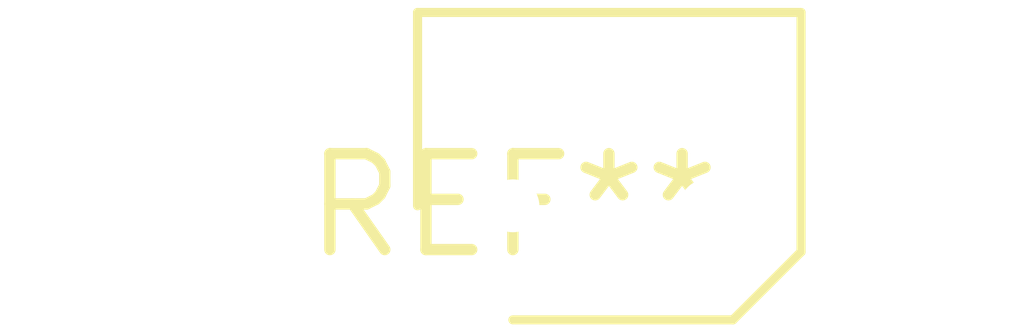
<source format=kicad_pcb>
(kicad_pcb (version 20240108) (generator pcbnew)
  (layers (0 "F.Cu" signal) (31 "B.Cu" signal) (34 "B.Paste" user) (35 "F.Paste" user) (36 "B.SilkS" user "B.Silkscreen") (37 "F.SilkS" user "F.Silkscreen") (38 "B.Mask" user) (39 "F.Mask" user) (44 "Edge.Cuts" user))
  (net 0 "")
  (footprint "Osram_BPW82" (layer "F.Cu") (at 0 0)
    (property "Reference" "REF**")
    (property "Value" "Osram_BPW82")
    (fp_line (start -1.26 -2.56) (end -1.26 0) (layer "F.SilkS") (stroke (width 0.12)))
    (fp_line (start -1.26 -2.56) (end 3.81 -2.56) (layer "F.SilkS") (stroke (width 0.12)))
    (fp_line (start 0 1.51) (end 2.91 1.51) (layer "F.SilkS") (stroke (width 0.12)))
    (fp_line (start 3.81 -2.56) (end 3.81 0.61) (layer "F.SilkS") (stroke (width 0.12)))
    (fp_line (start 3.81 0.61) (end 2.91 1.51) (layer "F.SilkS") (stroke (width 0.12)))
    (pad "1" thru_hole roundrect (at 0 0) (size 1.4 1.4) (drill 0.7) (layers *.Cu *.Mask) (remove_unused_layers) (roundrect_rratio 0.178))
    (pad "2" thru_hole circle (at 2.56 0) (size 1.4 1.4) (drill 0.7) (layers *.Cu *.Mask) (remove_unused_layers))
  )
)
</source>
